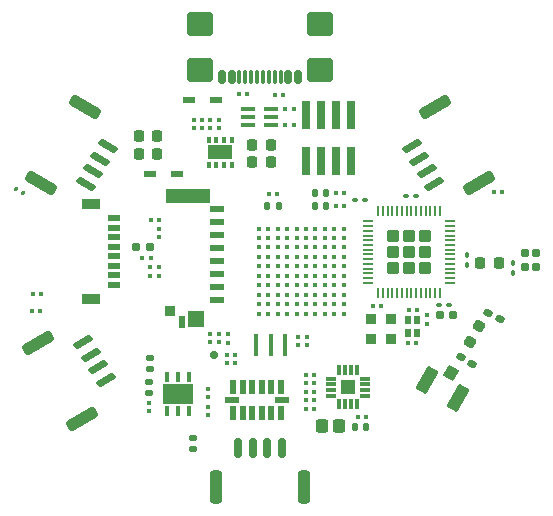
<source format=gbr>
%TF.GenerationSoftware,KiCad,Pcbnew,9.0.5*%
%TF.CreationDate,2025-10-19T17:26:29+02:00*%
%TF.ProjectId,PCB_PAPI,5043425f-5041-4504-992e-6b696361645f,rev?*%
%TF.SameCoordinates,Original*%
%TF.FileFunction,Paste,Top*%
%TF.FilePolarity,Positive*%
%FSLAX46Y46*%
G04 Gerber Fmt 4.6, Leading zero omitted, Abs format (unit mm)*
G04 Created by KiCad (PCBNEW 9.0.5) date 2025-10-19 17:26:29*
%MOMM*%
%LPD*%
G01*
G04 APERTURE LIST*
G04 Aperture macros list*
%AMRoundRect*
0 Rectangle with rounded corners*
0 $1 Rounding radius*
0 $2 $3 $4 $5 $6 $7 $8 $9 X,Y pos of 4 corners*
0 Add a 4 corners polygon primitive as box body*
4,1,4,$2,$3,$4,$5,$6,$7,$8,$9,$2,$3,0*
0 Add four circle primitives for the rounded corners*
1,1,$1+$1,$2,$3*
1,1,$1+$1,$4,$5*
1,1,$1+$1,$6,$7*
1,1,$1+$1,$8,$9*
0 Add four rect primitives between the rounded corners*
20,1,$1+$1,$2,$3,$4,$5,0*
20,1,$1+$1,$4,$5,$6,$7,0*
20,1,$1+$1,$6,$7,$8,$9,0*
20,1,$1+$1,$8,$9,$2,$3,0*%
%AMRotRect*
0 Rectangle, with rotation*
0 The origin of the aperture is its center*
0 $1 length*
0 $2 width*
0 $3 Rotation angle, in degrees counterclockwise*
0 Add horizontal line*
21,1,$1,$2,0,0,$3*%
G04 Aperture macros list end*
%ADD10C,0.700000*%
%ADD11RoundRect,0.155000X-0.155000X0.212500X-0.155000X-0.212500X0.155000X-0.212500X0.155000X0.212500X0*%
%ADD12RoundRect,0.090000X-0.090000X0.139000X-0.090000X-0.139000X0.090000X-0.139000X0.090000X0.139000X0*%
%ADD13RoundRect,0.218750X0.218750X0.256250X-0.218750X0.256250X-0.218750X-0.256250X0.218750X-0.256250X0*%
%ADD14RoundRect,0.079500X0.100500X-0.079500X0.100500X0.079500X-0.100500X0.079500X-0.100500X-0.079500X0*%
%ADD15RoundRect,0.079500X-0.079500X-0.100500X0.079500X-0.100500X0.079500X0.100500X-0.079500X0.100500X0*%
%ADD16RoundRect,0.079500X0.079500X0.100500X-0.079500X0.100500X-0.079500X-0.100500X0.079500X-0.100500X0*%
%ADD17R,0.850000X0.300000*%
%ADD18R,0.300000X0.850000*%
%ADD19R,1.250000X1.250000*%
%ADD20R,0.550000X0.750000*%
%ADD21RoundRect,0.090000X0.090000X-0.139000X0.090000X0.139000X-0.090000X0.139000X-0.090000X-0.139000X0*%
%ADD22R,1.200000X0.400000*%
%ADD23RoundRect,0.250000X0.285000X0.285000X-0.285000X0.285000X-0.285000X-0.285000X0.285000X-0.285000X0*%
%ADD24RoundRect,0.050000X0.350000X0.050000X-0.350000X0.050000X-0.350000X-0.050000X0.350000X-0.050000X0*%
%ADD25RoundRect,0.050000X0.050000X0.350000X-0.050000X0.350000X-0.050000X-0.350000X0.050000X-0.350000X0*%
%ADD26RoundRect,0.147500X-0.147500X-0.172500X0.147500X-0.172500X0.147500X0.172500X-0.147500X0.172500X0*%
%ADD27RoundRect,0.079500X-0.100500X0.079500X-0.100500X-0.079500X0.100500X-0.079500X0.100500X0.079500X0*%
%ADD28RoundRect,0.155000X0.212500X0.155000X-0.212500X0.155000X-0.212500X-0.155000X0.212500X-0.155000X0*%
%ADD29RoundRect,0.225000X-0.225000X-0.250000X0.225000X-0.250000X0.225000X0.250000X-0.225000X0.250000X0*%
%ADD30RoundRect,0.150000X0.150000X0.700000X-0.150000X0.700000X-0.150000X-0.700000X0.150000X-0.700000X0*%
%ADD31RoundRect,0.250000X0.250000X1.150000X-0.250000X1.150000X-0.250000X-1.150000X0.250000X-1.150000X0*%
%ADD32RoundRect,0.140000X0.170000X-0.140000X0.170000X0.140000X-0.170000X0.140000X-0.170000X-0.140000X0*%
%ADD33R,0.400000X1.900000*%
%ADD34R,0.550000X1.145000*%
%ADD35R,1.145000X0.550000*%
%ADD36RoundRect,0.090000X0.139000X0.090000X-0.139000X0.090000X-0.139000X-0.090000X0.139000X-0.090000X0*%
%ADD37R,1.085000X0.550000*%
%ADD38R,0.740000X2.400000*%
%ADD39R,0.900000X0.900000*%
%ADD40C,0.400002*%
%ADD41R,2.500000X1.700000*%
%ADD42R,1.250000X0.600000*%
%ADD43R,3.790000X1.200000*%
%ADD44R,1.400000X1.450000*%
%ADD45R,0.600000X1.000000*%
%ADD46R,0.850000X0.950000*%
%ADD47RoundRect,0.225000X0.225000X0.250000X-0.225000X0.250000X-0.225000X-0.250000X0.225000X-0.250000X0*%
%ADD48RoundRect,0.250000X-0.295000X-0.315000X0.295000X-0.315000X0.295000X0.315000X-0.295000X0.315000X0*%
%ADD49RoundRect,0.140000X0.140000X0.170000X-0.140000X0.170000X-0.140000X-0.170000X0.140000X-0.170000X0*%
%ADD50RotRect,1.050000X2.200000X150.000000*%
%ADD51RotRect,1.000000X1.050000X150.000000*%
%ADD52R,0.410000X0.510000*%
%ADD53R,2.000000X1.200000*%
%ADD54RoundRect,0.090000X-0.139000X-0.090000X0.139000X-0.090000X0.139000X0.090000X-0.139000X0.090000X0*%
%ADD55RoundRect,0.155000X-0.212500X-0.155000X0.212500X-0.155000X0.212500X0.155000X-0.212500X0.155000X0*%
%ADD56R,1.000000X0.500000*%
%ADD57R,1.600000X0.900000*%
%ADD58RoundRect,0.150000X0.531218X-0.479904X0.681218X-0.220096X-0.531218X0.479904X-0.681218X0.220096X0*%
%ADD59RoundRect,0.250000X0.870929X-0.791506X1.120929X-0.358494X-0.870929X0.791506X-1.120929X0.358494X0*%
%ADD60RoundRect,0.150000X0.681218X0.220096X0.531218X0.479904X-0.681218X-0.220096X-0.531218X-0.479904X0*%
%ADD61RoundRect,0.250000X1.120929X0.358494X0.870929X0.791506X-1.120929X-0.358494X-0.870929X-0.791506X0*%
%ADD62RoundRect,0.155000X-0.261530X-0.027984X0.106530X-0.240484X0.261530X0.027984X-0.106530X0.240484X0*%
%ADD63RoundRect,0.218750X-0.112544X0.317568X-0.331294X-0.061318X0.112544X-0.317568X0.331294X0.061318X0*%
%ADD64RoundRect,0.079500X-0.119099X-0.047286X0.018599X-0.126786X0.119099X0.047286X-0.018599X0.126786X0*%
%ADD65RoundRect,0.147500X0.147500X0.172500X-0.147500X0.172500X-0.147500X-0.172500X0.147500X-0.172500X0*%
%ADD66RoundRect,0.150000X-0.681218X-0.220096X-0.531218X-0.479904X0.681218X0.220096X0.531218X0.479904X0*%
%ADD67RoundRect,0.250000X-1.120929X-0.358494X-0.870929X-0.791506X1.120929X0.358494X0.870929X0.791506X0*%
%ADD68RoundRect,0.150000X0.150000X0.425000X-0.150000X0.425000X-0.150000X-0.425000X0.150000X-0.425000X0*%
%ADD69RoundRect,0.075000X0.075000X0.500000X-0.075000X0.500000X-0.075000X-0.500000X0.075000X-0.500000X0*%
%ADD70RoundRect,0.250000X0.840000X0.750000X-0.840000X0.750000X-0.840000X-0.750000X0.840000X-0.750000X0*%
%ADD71RoundRect,0.147500X-0.172500X0.147500X-0.172500X-0.147500X0.172500X-0.147500X0.172500X0.147500X0*%
G04 APERTURE END LIST*
D10*
%TO.C,TP1*%
X125130000Y-91100000D03*
%TD*%
D11*
%TO.C,C60*%
X151450000Y-82482500D03*
X151450000Y-83617500D03*
%TD*%
D12*
%TO.C,C63*%
X150400000Y-83317500D03*
X150400000Y-84182500D03*
%TD*%
D11*
%TO.C,C47*%
X152400000Y-82482500D03*
X152400000Y-83617500D03*
%TD*%
D13*
%TO.C,L4*%
X149237500Y-83300000D03*
X147662500Y-83300000D03*
%TD*%
D14*
%TO.C,R32*%
X132875000Y-93470000D03*
X132875000Y-92780000D03*
%TD*%
D15*
%TO.C,R34*%
X119730000Y-84400000D03*
X120420000Y-84400000D03*
%TD*%
D16*
%TO.C,R42*%
X110445000Y-85975000D03*
X109755000Y-85975000D03*
%TD*%
D17*
%TO.C,IC6*%
X135000000Y-93100000D03*
X135000000Y-93600000D03*
X135000000Y-94100000D03*
X135000000Y-94600000D03*
D18*
X135700000Y-95300000D03*
X136200000Y-95300000D03*
X136700000Y-95300000D03*
X137200000Y-95300000D03*
D17*
X137900000Y-94600000D03*
X137900000Y-94100000D03*
X137900000Y-93600000D03*
X137900000Y-93100000D03*
D18*
X137200000Y-92400000D03*
X136700000Y-92400000D03*
X136200000Y-92400000D03*
X135700000Y-92400000D03*
D19*
X136450000Y-93850000D03*
%TD*%
D20*
%TO.C,Y2*%
X142275000Y-89250000D03*
X142275000Y-88150000D03*
X141525000Y-88150000D03*
X141525000Y-89250000D03*
%TD*%
D14*
%TO.C,C41*%
X124593705Y-96192982D03*
X124593705Y-95502982D03*
%TD*%
D21*
%TO.C,C66*%
X146550000Y-83482500D03*
X146550000Y-82617500D03*
%TD*%
D22*
%TO.C,D1*%
X129900000Y-71600000D03*
X129900000Y-70950000D03*
X129900000Y-70300000D03*
X128000000Y-70300000D03*
X128000000Y-70950000D03*
X128000000Y-71600000D03*
%TD*%
D14*
%TO.C,C9*%
X132963705Y-90255000D03*
X132963705Y-89565000D03*
%TD*%
%TO.C,R5*%
X132203705Y-90245000D03*
X132203705Y-89555000D03*
%TD*%
D23*
%TO.C,U5*%
X142950000Y-83730000D03*
X142950000Y-82400000D03*
X142950000Y-81070000D03*
X141620000Y-83730000D03*
X141620000Y-82400000D03*
X141620000Y-81070000D03*
X140290000Y-83730000D03*
X140290000Y-82400000D03*
X140290000Y-81070000D03*
D24*
X145070000Y-85000000D03*
X145070000Y-84600000D03*
X145070000Y-84200000D03*
X145070000Y-83800000D03*
X145070000Y-83400000D03*
X145070000Y-83000000D03*
X145070000Y-82600000D03*
X145070000Y-82200000D03*
X145070000Y-81800000D03*
X145070000Y-81400000D03*
X145070000Y-81000000D03*
X145070000Y-80600000D03*
X145070000Y-80200000D03*
X145070000Y-79800000D03*
D25*
X144220000Y-78950000D03*
X143820000Y-78950000D03*
X143420000Y-78950000D03*
X143020000Y-78950000D03*
X142620000Y-78950000D03*
X142220000Y-78950000D03*
X141820000Y-78950000D03*
X141420000Y-78950000D03*
X141020000Y-78950000D03*
X140620000Y-78950000D03*
X140220000Y-78950000D03*
X139820000Y-78950000D03*
X139420000Y-78950000D03*
X139020000Y-78950000D03*
D24*
X138170000Y-79800000D03*
X138170000Y-80200000D03*
X138170000Y-80600000D03*
X138170000Y-81000000D03*
X138170000Y-81400000D03*
X138170000Y-81800000D03*
X138170000Y-82200000D03*
X138170000Y-82600000D03*
X138170000Y-83000000D03*
X138170000Y-83400000D03*
X138170000Y-83800000D03*
X138170000Y-84200000D03*
X138170000Y-84600000D03*
X138170000Y-85000000D03*
D25*
X139020000Y-85850000D03*
X139420000Y-85850000D03*
X139820000Y-85850000D03*
X140220000Y-85850000D03*
X140620000Y-85850000D03*
X141020000Y-85850000D03*
X141420000Y-85850000D03*
X141820000Y-85850000D03*
X142220000Y-85850000D03*
X142620000Y-85850000D03*
X143020000Y-85850000D03*
X143420000Y-85850000D03*
X143820000Y-85850000D03*
X144220000Y-85850000D03*
%TD*%
D26*
%TO.C,LEDGREEN1*%
X133640000Y-78520000D03*
X134610000Y-78520000D03*
%TD*%
D15*
%TO.C,R7*%
X130255000Y-69090000D03*
X130945000Y-69090000D03*
%TD*%
%TO.C,R8*%
X127198705Y-69020000D03*
X127888705Y-69020000D03*
%TD*%
D14*
%TO.C,R18*%
X119640000Y-95845000D03*
X119640000Y-95155000D03*
%TD*%
%TO.C,R28*%
X132863705Y-94922982D03*
X132863705Y-94232982D03*
%TD*%
D27*
%TO.C,R6*%
X126180000Y-91095000D03*
X126180000Y-91785000D03*
%TD*%
D28*
%TO.C,C28*%
X119667500Y-82000000D03*
X118532500Y-82000000D03*
%TD*%
D27*
%TO.C,R1*%
X124810000Y-89355000D03*
X124810000Y-90045000D03*
%TD*%
%TO.C,R31*%
X133585000Y-92780000D03*
X133585000Y-93470000D03*
%TD*%
D16*
%TO.C,C44*%
X138013705Y-96327982D03*
X137323705Y-96327982D03*
%TD*%
D29*
%TO.C,C25*%
X128350000Y-73300000D03*
X129900000Y-73300000D03*
%TD*%
D14*
%TO.C,R21*%
X125500000Y-71865000D03*
X125500000Y-71175000D03*
%TD*%
D15*
%TO.C,R17*%
X129758705Y-77517982D03*
X130448705Y-77517982D03*
%TD*%
D30*
%TO.C,TOF2*%
X130875000Y-98950000D03*
X129625000Y-98950000D03*
X128375000Y-98950000D03*
X127125000Y-98950000D03*
D31*
X132725000Y-102300000D03*
X125275000Y-102300000D03*
%TD*%
D32*
%TO.C,C24*%
X123310000Y-99100000D03*
X123310000Y-98140000D03*
%TD*%
D33*
%TO.C,Y1*%
X128703705Y-90297982D03*
X129903705Y-90297982D03*
X131103705Y-90297982D03*
%TD*%
D34*
%TO.C,IC5*%
X126743705Y-95993982D03*
X127543705Y-95993982D03*
X128343705Y-95993982D03*
X129143705Y-95993982D03*
X129943705Y-95993982D03*
X130743705Y-95993982D03*
D35*
X130841705Y-94895982D03*
D34*
X130743705Y-93797982D03*
X129943705Y-93797982D03*
X129143705Y-93797982D03*
X128343705Y-93797982D03*
X127543705Y-93797982D03*
X126743705Y-93797982D03*
D35*
X126645705Y-94895982D03*
%TD*%
D27*
%TO.C,R40*%
X120425000Y-80430000D03*
X120425000Y-81120000D03*
%TD*%
D36*
%TO.C,C31*%
X137879170Y-77950000D03*
X137014170Y-77950000D03*
%TD*%
D37*
%TO.C,D3*%
X122985000Y-69525000D03*
X125265000Y-69525000D03*
%TD*%
D38*
%TO.C,USBJUMP1*%
X132895000Y-74650000D03*
X132895000Y-70750000D03*
X134165000Y-74650000D03*
X134165000Y-70750000D03*
X135435000Y-74650000D03*
X135435000Y-70750000D03*
X136705000Y-74650000D03*
X136705000Y-70750000D03*
%TD*%
D39*
%TO.C,LED1*%
X140075000Y-89750000D03*
X138375000Y-89750000D03*
X138375000Y-88050000D03*
X140075000Y-88050000D03*
%TD*%
D40*
%TO.C,U1*%
X128900000Y-87600000D03*
X128900000Y-86800000D03*
X128900000Y-86000000D03*
X128900000Y-85200000D03*
X128900000Y-84400000D03*
X128900000Y-83600000D03*
X128900000Y-82800000D03*
X128900000Y-82000000D03*
X128900000Y-81200000D03*
X128900000Y-80400000D03*
X129700000Y-87600000D03*
X129700000Y-86800000D03*
X129700000Y-86000000D03*
X129700000Y-85200000D03*
X129700000Y-84400000D03*
X129700000Y-83600000D03*
X129700000Y-82800000D03*
X129700000Y-82000000D03*
X129700000Y-81200000D03*
X129700000Y-80400000D03*
X130500000Y-87600000D03*
X130500000Y-86800000D03*
X130500000Y-86000000D03*
X130500000Y-85200000D03*
X130500000Y-84400000D03*
X130500000Y-83600000D03*
X130500000Y-82800000D03*
X130500000Y-82000000D03*
X130500000Y-81200000D03*
X130500000Y-80400000D03*
X131300000Y-87600000D03*
X131300000Y-86800000D03*
X131300000Y-86000000D03*
X131300000Y-85200000D03*
X131300000Y-84400000D03*
X131300000Y-83600000D03*
X131300000Y-82800000D03*
X131300000Y-82000000D03*
X131300000Y-81200000D03*
X131300000Y-80400000D03*
X132100000Y-87600000D03*
X132100000Y-86800000D03*
X132100000Y-86000000D03*
X132100000Y-85200000D03*
X132100000Y-84400000D03*
X132100000Y-83600000D03*
X132100000Y-82800000D03*
X132100000Y-82000000D03*
X132100000Y-81200000D03*
X132100000Y-80400000D03*
X132900000Y-87600000D03*
X132900000Y-86800000D03*
X132900000Y-86000000D03*
X132900000Y-85200000D03*
X132900000Y-84400000D03*
X132900000Y-83600000D03*
X132900000Y-82800000D03*
X132900000Y-82000000D03*
X132900000Y-81200000D03*
X132900000Y-80400000D03*
X133700000Y-87600000D03*
X133700000Y-86800000D03*
X133700000Y-86000000D03*
X133700000Y-85200000D03*
X133700000Y-84400000D03*
X133700000Y-83600000D03*
X133700000Y-82800000D03*
X133700000Y-82000000D03*
X133700000Y-81200000D03*
X133700000Y-80400000D03*
X134500000Y-87600000D03*
X134500000Y-86800000D03*
X134500000Y-86000000D03*
X134500000Y-85200000D03*
X134500000Y-84400000D03*
X134500000Y-83600000D03*
X134500000Y-82800000D03*
X134500000Y-82000000D03*
X134500000Y-81200000D03*
X134500000Y-80400000D03*
X135300000Y-87600000D03*
X135300000Y-86800000D03*
X135300000Y-86000000D03*
X135300000Y-85200000D03*
X135300000Y-84400000D03*
X135300000Y-83600000D03*
X135300000Y-82800000D03*
X135300000Y-82000000D03*
X135300000Y-81200000D03*
X135300000Y-80400000D03*
X136100000Y-87600000D03*
X136100000Y-86800000D03*
X136100000Y-86000000D03*
X136100000Y-85200000D03*
X136100000Y-84400000D03*
X136100000Y-83600000D03*
X136100000Y-82800000D03*
X136100000Y-82000000D03*
X136100000Y-81200000D03*
X136100000Y-80400000D03*
%TD*%
D16*
%TO.C,R4*%
X136105000Y-77430000D03*
X135415000Y-77430000D03*
%TD*%
D14*
%TO.C,C1*%
X126270000Y-90055000D03*
X126270000Y-89365000D03*
%TD*%
D15*
%TO.C,R29*%
X119785000Y-79675000D03*
X120475000Y-79675000D03*
%TD*%
D18*
%TO.C,IC3*%
X123025000Y-92940000D03*
X122075000Y-92940000D03*
X121125000Y-92940000D03*
X121125000Y-95840000D03*
X122075000Y-95840000D03*
X123025000Y-95840000D03*
D41*
X122075000Y-94390000D03*
%TD*%
D42*
%TO.C,J4*%
X125350000Y-86475000D03*
X125350000Y-85375000D03*
X125350000Y-84275000D03*
X125350000Y-83175000D03*
X125350000Y-82075000D03*
X125350000Y-80975000D03*
X125350000Y-79875000D03*
X125350000Y-78775000D03*
D43*
X122870000Y-77625000D03*
D44*
X123625000Y-88100000D03*
D45*
X122375000Y-88325000D03*
D46*
X121400000Y-87400000D03*
%TD*%
D16*
%TO.C,C42*%
X133568705Y-95687982D03*
X132878705Y-95687982D03*
%TD*%
D37*
%TO.C,D2*%
X121940000Y-75800000D03*
X119660000Y-75800000D03*
%TD*%
D47*
%TO.C,C23*%
X120300000Y-74100000D03*
X118750000Y-74100000D03*
%TD*%
D27*
%TO.C,R30*%
X133600000Y-94230000D03*
X133600000Y-94920000D03*
%TD*%
D48*
%TO.C,C43*%
X134273705Y-97100000D03*
X135703705Y-97100000D03*
%TD*%
D14*
%TO.C,C5*%
X126890000Y-91785000D03*
X126890000Y-91095000D03*
%TD*%
D49*
%TO.C,C45*%
X137980000Y-97200000D03*
X137020000Y-97200000D03*
%TD*%
D50*
%TO.C,J2*%
X145727387Y-94712500D03*
X143172613Y-93237500D03*
D51*
X145212500Y-92654311D03*
%TD*%
D16*
%TO.C,C39*%
X139265000Y-87000000D03*
X138575000Y-87000000D03*
%TD*%
D29*
%TO.C,C27*%
X128350000Y-74800000D03*
X129900000Y-74800000D03*
%TD*%
D15*
%TO.C,R38*%
X119730000Y-83650000D03*
X120420000Y-83650000D03*
%TD*%
D27*
%TO.C,R22*%
X143150000Y-87755000D03*
X143150000Y-88445000D03*
%TD*%
D15*
%TO.C,C38*%
X141545000Y-90060000D03*
X142235000Y-90060000D03*
%TD*%
D47*
%TO.C,C21*%
X120300000Y-72600000D03*
X118750000Y-72600000D03*
%TD*%
D32*
%TO.C,C22*%
X119650000Y-92310000D03*
X119650000Y-91350000D03*
%TD*%
D16*
%TO.C,R3*%
X136095000Y-78527982D03*
X135405000Y-78527982D03*
%TD*%
D52*
%TO.C,IC2*%
X124650000Y-75000000D03*
X125300000Y-75000000D03*
X125950000Y-75000000D03*
X126600000Y-75000000D03*
X126600000Y-72900000D03*
X125950000Y-72900000D03*
X125300000Y-72900000D03*
X124650000Y-72900000D03*
D53*
X125625000Y-73950000D03*
%TD*%
D54*
%TO.C,C67*%
X141367500Y-77650000D03*
X142232500Y-77650000D03*
%TD*%
D27*
%TO.C,R20*%
X124800000Y-71175000D03*
X124800000Y-71865000D03*
%TD*%
D55*
%TO.C,C62*%
X144232500Y-87700000D03*
X145367500Y-87700000D03*
%TD*%
D54*
%TO.C,C65*%
X144160000Y-86850000D03*
X145025000Y-86850000D03*
%TD*%
D16*
%TO.C,R45*%
X110395000Y-87400000D03*
X109705000Y-87400000D03*
%TD*%
D56*
%TO.C,J6*%
X116620000Y-79550000D03*
X116620000Y-80350000D03*
X116620000Y-81150000D03*
X116620000Y-81950000D03*
X116620000Y-82750000D03*
X116620000Y-83550000D03*
X116620000Y-84350000D03*
X116620000Y-85150000D03*
D57*
X114700000Y-78300000D03*
X114700000Y-86400000D03*
%TD*%
D15*
%TO.C,C40*%
X141595000Y-87310000D03*
X142285000Y-87310000D03*
%TD*%
D27*
%TO.C,R25*%
X124603705Y-94002982D03*
X124603705Y-94692982D03*
%TD*%
D58*
%TO.C,TOF3*%
X114248756Y-76648798D03*
X114873756Y-75566266D03*
X115498756Y-74483734D03*
X116123756Y-73401202D03*
D59*
X110422571Y-76575945D03*
X114147571Y-70124055D03*
%TD*%
D26*
%TO.C,LEDBLUE1*%
X133640000Y-77407982D03*
X134610000Y-77407982D03*
%TD*%
D14*
%TO.C,C26*%
X123400000Y-71865000D03*
X123400000Y-71175000D03*
%TD*%
D60*
%TO.C,LIDAR1*%
X115929955Y-93246780D03*
X115304955Y-92164248D03*
X114679955Y-91081716D03*
X114054955Y-89999184D03*
D61*
X113953769Y-96523927D03*
X110228769Y-90072037D03*
%TD*%
D62*
%TO.C,C70*%
X146008531Y-91266250D03*
X146991469Y-91833750D03*
%TD*%
D15*
%TO.C,R10*%
X131155000Y-71600000D03*
X131845000Y-71600000D03*
%TD*%
D16*
%TO.C,C29*%
X119745000Y-82900000D03*
X119055000Y-82900000D03*
%TD*%
D63*
%TO.C,L5*%
X147543750Y-88668005D03*
X146756250Y-90031995D03*
%TD*%
D64*
%TO.C,R24*%
X108306221Y-77018840D03*
X108903779Y-77363840D03*
%TD*%
D65*
%TO.C,LEDRED1*%
X130591205Y-78467982D03*
X129621205Y-78467982D03*
%TD*%
D62*
%TO.C,C69*%
X148308531Y-87516250D03*
X149291469Y-88083750D03*
%TD*%
D15*
%TO.C,R9*%
X131155000Y-70300000D03*
X131845000Y-70300000D03*
%TD*%
D66*
%TO.C,TOF1*%
X141876244Y-73401202D03*
X142501244Y-74483734D03*
X143126244Y-75566266D03*
X143751244Y-76648798D03*
D67*
X143852429Y-70124055D03*
X147577429Y-76575945D03*
%TD*%
D27*
%TO.C,R19*%
X124100000Y-71175000D03*
X124100000Y-71865000D03*
%TD*%
D14*
%TO.C,R2*%
X125540000Y-90045000D03*
X125540000Y-89355000D03*
%TD*%
D68*
%TO.C,J1*%
X132200000Y-67580000D03*
X131400000Y-67580000D03*
D69*
X130250000Y-67580000D03*
X129250000Y-67580000D03*
X128750000Y-67580000D03*
X127750000Y-67580000D03*
D68*
X126600000Y-67580000D03*
X125800000Y-67580000D03*
X125800000Y-67580000D03*
X126600000Y-67580000D03*
D69*
X127250000Y-67580000D03*
X128250000Y-67580000D03*
X129750000Y-67580000D03*
X130750000Y-67580000D03*
D68*
X131400000Y-67580000D03*
X132200000Y-67580000D03*
D70*
X134110000Y-67005000D03*
X134110000Y-63075000D03*
X123890000Y-67005000D03*
X123890000Y-63075000D03*
%TD*%
D16*
%TO.C,R33*%
X149515000Y-77300000D03*
X148825000Y-77300000D03*
%TD*%
D71*
%TO.C,LEDRED2*%
X119640000Y-93375000D03*
X119640000Y-94345000D03*
%TD*%
M02*

</source>
